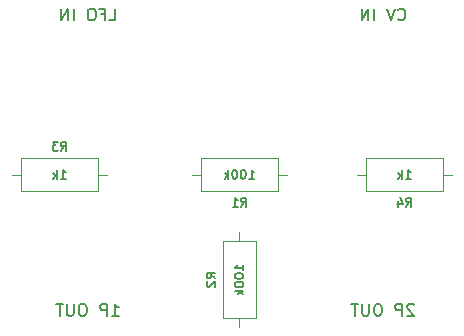
<source format=gbo>
G04 #@! TF.GenerationSoftware,KiCad,Pcbnew,6.0.5-a6ca702e91~116~ubuntu20.04.1*
G04 #@! TF.CreationDate,2022-05-18T17:07:33-04:00*
G04 #@! TF.ProjectId,vcapf_jacks,76636170-665f-46a6-9163-6b732e6b6963,rev?*
G04 #@! TF.SameCoordinates,Original*
G04 #@! TF.FileFunction,Legend,Bot*
G04 #@! TF.FilePolarity,Positive*
%FSLAX46Y46*%
G04 Gerber Fmt 4.6, Leading zero omitted, Abs format (unit mm)*
G04 Created by KiCad (PCBNEW 6.0.5-a6ca702e91~116~ubuntu20.04.1) date 2022-05-18 17:07:33*
%MOMM*%
%LPD*%
G01*
G04 APERTURE LIST*
%ADD10C,0.150000*%
%ADD11C,0.120000*%
G04 APERTURE END LIST*
D10*
X139523808Y-115452379D02*
X140095237Y-115452379D01*
X139809522Y-115452379D02*
X139809522Y-114452379D01*
X139904760Y-114595237D01*
X139999999Y-114690475D01*
X140095237Y-114738094D01*
X139095237Y-115452379D02*
X139095237Y-114452379D01*
X138714284Y-114452379D01*
X138619046Y-114499999D01*
X138571427Y-114547618D01*
X138523808Y-114642856D01*
X138523808Y-114785713D01*
X138571427Y-114880951D01*
X138619046Y-114928570D01*
X138714284Y-114976189D01*
X139095237Y-114976189D01*
X137142856Y-114452379D02*
X136952379Y-114452379D01*
X136857141Y-114499999D01*
X136761903Y-114595237D01*
X136714284Y-114785713D01*
X136714284Y-115119046D01*
X136761903Y-115309522D01*
X136857141Y-115404760D01*
X136952379Y-115452379D01*
X137142856Y-115452379D01*
X137238094Y-115404760D01*
X137333332Y-115309522D01*
X137380951Y-115119046D01*
X137380951Y-114785713D01*
X137333332Y-114595237D01*
X137238094Y-114499999D01*
X137142856Y-114452379D01*
X136285713Y-114452379D02*
X136285713Y-115261903D01*
X136238094Y-115357141D01*
X136190475Y-115404760D01*
X136095237Y-115452379D01*
X135904760Y-115452379D01*
X135809522Y-115404760D01*
X135761903Y-115357141D01*
X135714284Y-115261903D01*
X135714284Y-114452379D01*
X135380951Y-114452379D02*
X134809522Y-114452379D01*
X135095237Y-115452379D02*
X135095237Y-114452379D01*
X139285713Y-90452379D02*
X139761903Y-90452379D01*
X139761903Y-89452379D01*
X138619046Y-89928570D02*
X138952379Y-89928570D01*
X138952379Y-90452379D02*
X138952379Y-89452379D01*
X138476189Y-89452379D01*
X137904760Y-89452379D02*
X137714284Y-89452379D01*
X137619046Y-89499999D01*
X137523808Y-89595237D01*
X137476189Y-89785713D01*
X137476189Y-90119046D01*
X137523808Y-90309522D01*
X137619046Y-90404760D01*
X137714284Y-90452379D01*
X137904760Y-90452379D01*
X137999999Y-90404760D01*
X138095237Y-90309522D01*
X138142856Y-90119046D01*
X138142856Y-89785713D01*
X138095237Y-89595237D01*
X137999999Y-89499999D01*
X137904760Y-89452379D01*
X136285713Y-90452379D02*
X136285713Y-89452379D01*
X135809522Y-90452379D02*
X135809522Y-89452379D01*
X135238094Y-90452379D01*
X135238094Y-89452379D01*
X163761903Y-90357141D02*
X163809522Y-90404760D01*
X163952379Y-90452379D01*
X164047618Y-90452379D01*
X164190475Y-90404760D01*
X164285713Y-90309522D01*
X164333332Y-90214284D01*
X164380951Y-90023808D01*
X164380951Y-89880951D01*
X164333332Y-89690475D01*
X164285713Y-89595237D01*
X164190475Y-89499999D01*
X164047618Y-89452379D01*
X163952379Y-89452379D01*
X163809522Y-89499999D01*
X163761903Y-89547618D01*
X163476189Y-89452379D02*
X163142856Y-90452379D01*
X162809522Y-89452379D01*
X161714284Y-90452379D02*
X161714284Y-89452379D01*
X161238094Y-90452379D02*
X161238094Y-89452379D01*
X160666665Y-90452379D01*
X160666665Y-89452379D01*
X165095237Y-114547618D02*
X165047618Y-114499999D01*
X164952379Y-114452379D01*
X164714284Y-114452379D01*
X164619046Y-114499999D01*
X164571427Y-114547618D01*
X164523808Y-114642856D01*
X164523808Y-114738094D01*
X164571427Y-114880951D01*
X165142856Y-115452379D01*
X164523808Y-115452379D01*
X164095237Y-115452379D02*
X164095237Y-114452379D01*
X163714284Y-114452379D01*
X163619046Y-114499999D01*
X163571427Y-114547618D01*
X163523808Y-114642856D01*
X163523808Y-114785713D01*
X163571427Y-114880951D01*
X163619046Y-114928570D01*
X163714284Y-114976189D01*
X164095237Y-114976189D01*
X162142856Y-114452379D02*
X161952379Y-114452379D01*
X161857141Y-114499999D01*
X161761903Y-114595237D01*
X161714284Y-114785713D01*
X161714284Y-115119046D01*
X161761903Y-115309522D01*
X161857141Y-115404760D01*
X161952379Y-115452379D01*
X162142856Y-115452379D01*
X162238094Y-115404760D01*
X162333332Y-115309522D01*
X162380951Y-115119046D01*
X162380951Y-114785713D01*
X162333332Y-114595237D01*
X162238094Y-114499999D01*
X162142856Y-114452379D01*
X161285713Y-114452379D02*
X161285713Y-115261903D01*
X161238094Y-115357141D01*
X161190475Y-115404760D01*
X161095237Y-115452379D01*
X160904760Y-115452379D01*
X160809522Y-115404760D01*
X160761903Y-115357141D01*
X160714284Y-115261903D01*
X160714284Y-114452379D01*
X160380951Y-114452379D02*
X159809522Y-114452379D01*
X160095237Y-115452379D02*
X160095237Y-114452379D01*
G04 #@! TO.C,R2*
X148299284Y-112264999D02*
X147942141Y-112014999D01*
X148299284Y-111836427D02*
X147549284Y-111836427D01*
X147549284Y-112122141D01*
X147584999Y-112193570D01*
X147620713Y-112229284D01*
X147692141Y-112264999D01*
X147799284Y-112264999D01*
X147870713Y-112229284D01*
X147906427Y-112193570D01*
X147942141Y-112122141D01*
X147942141Y-111836427D01*
X147620713Y-112550713D02*
X147584999Y-112586427D01*
X147549284Y-112657856D01*
X147549284Y-112836427D01*
X147584999Y-112907856D01*
X147620713Y-112943570D01*
X147692141Y-112979284D01*
X147763570Y-112979284D01*
X147870713Y-112943570D01*
X148299284Y-112514999D01*
X148299284Y-112979284D01*
X150669284Y-111586427D02*
X150669284Y-111157856D01*
X150669284Y-111372141D02*
X149919284Y-111372141D01*
X150026427Y-111300713D01*
X150097856Y-111229284D01*
X150133570Y-111157856D01*
X149919284Y-112050713D02*
X149919284Y-112122141D01*
X149954999Y-112193570D01*
X149990713Y-112229284D01*
X150062141Y-112264999D01*
X150204999Y-112300713D01*
X150383570Y-112300713D01*
X150526427Y-112264999D01*
X150597856Y-112229284D01*
X150633570Y-112193570D01*
X150669284Y-112122141D01*
X150669284Y-112050713D01*
X150633570Y-111979284D01*
X150597856Y-111943570D01*
X150526427Y-111907856D01*
X150383570Y-111872141D01*
X150204999Y-111872141D01*
X150062141Y-111907856D01*
X149990713Y-111943570D01*
X149954999Y-111979284D01*
X149919284Y-112050713D01*
X149919284Y-112764999D02*
X149919284Y-112836427D01*
X149954999Y-112907856D01*
X149990713Y-112943570D01*
X150062141Y-112979284D01*
X150204999Y-113014999D01*
X150383570Y-113014999D01*
X150526427Y-112979284D01*
X150597856Y-112943570D01*
X150633570Y-112907856D01*
X150669284Y-112836427D01*
X150669284Y-112764999D01*
X150633570Y-112693570D01*
X150597856Y-112657856D01*
X150526427Y-112622141D01*
X150383570Y-112586427D01*
X150204999Y-112586427D01*
X150062141Y-112622141D01*
X149990713Y-112657856D01*
X149954999Y-112693570D01*
X149919284Y-112764999D01*
X150669284Y-113336427D02*
X149919284Y-113336427D01*
X150383570Y-113407856D02*
X150669284Y-113622141D01*
X150169284Y-113622141D02*
X150454999Y-113336427D01*
G04 #@! TO.C,R1*
X150454999Y-106209284D02*
X150704999Y-105852141D01*
X150883570Y-106209284D02*
X150883570Y-105459284D01*
X150597856Y-105459284D01*
X150526427Y-105494999D01*
X150490713Y-105530713D01*
X150454999Y-105602141D01*
X150454999Y-105709284D01*
X150490713Y-105780713D01*
X150526427Y-105816427D01*
X150597856Y-105852141D01*
X150883570Y-105852141D01*
X149740713Y-106209284D02*
X150169284Y-106209284D01*
X149954999Y-106209284D02*
X149954999Y-105459284D01*
X150026427Y-105566427D01*
X150097856Y-105637856D01*
X150169284Y-105673570D01*
X151133570Y-103839284D02*
X151562141Y-103839284D01*
X151347856Y-103839284D02*
X151347856Y-103089284D01*
X151419284Y-103196427D01*
X151490713Y-103267856D01*
X151562141Y-103303570D01*
X150669284Y-103089284D02*
X150597856Y-103089284D01*
X150526427Y-103124999D01*
X150490713Y-103160713D01*
X150454999Y-103232141D01*
X150419284Y-103374999D01*
X150419284Y-103553570D01*
X150454999Y-103696427D01*
X150490713Y-103767856D01*
X150526427Y-103803570D01*
X150597856Y-103839284D01*
X150669284Y-103839284D01*
X150740713Y-103803570D01*
X150776427Y-103767856D01*
X150812141Y-103696427D01*
X150847856Y-103553570D01*
X150847856Y-103374999D01*
X150812141Y-103232141D01*
X150776427Y-103160713D01*
X150740713Y-103124999D01*
X150669284Y-103089284D01*
X149954999Y-103089284D02*
X149883570Y-103089284D01*
X149812141Y-103124999D01*
X149776427Y-103160713D01*
X149740713Y-103232141D01*
X149704999Y-103374999D01*
X149704999Y-103553570D01*
X149740713Y-103696427D01*
X149776427Y-103767856D01*
X149812141Y-103803570D01*
X149883570Y-103839284D01*
X149954999Y-103839284D01*
X150026427Y-103803570D01*
X150062141Y-103767856D01*
X150097856Y-103696427D01*
X150133570Y-103553570D01*
X150133570Y-103374999D01*
X150097856Y-103232141D01*
X150062141Y-103160713D01*
X150026427Y-103124999D01*
X149954999Y-103089284D01*
X149383570Y-103839284D02*
X149383570Y-103089284D01*
X149312141Y-103553570D02*
X149097856Y-103839284D01*
X149097856Y-103339284D02*
X149383570Y-103624999D01*
G04 #@! TO.C,R4*
X164424999Y-106209284D02*
X164674999Y-105852141D01*
X164853570Y-106209284D02*
X164853570Y-105459284D01*
X164567856Y-105459284D01*
X164496427Y-105494999D01*
X164460713Y-105530713D01*
X164424999Y-105602141D01*
X164424999Y-105709284D01*
X164460713Y-105780713D01*
X164496427Y-105816427D01*
X164567856Y-105852141D01*
X164853570Y-105852141D01*
X163782141Y-105709284D02*
X163782141Y-106209284D01*
X163960713Y-105423570D02*
X164139284Y-105959284D01*
X163674999Y-105959284D01*
X164389284Y-103839284D02*
X164817856Y-103839284D01*
X164603570Y-103839284D02*
X164603570Y-103089284D01*
X164674999Y-103196427D01*
X164746427Y-103267856D01*
X164817856Y-103303570D01*
X164067856Y-103839284D02*
X164067856Y-103089284D01*
X163996427Y-103553570D02*
X163782141Y-103839284D01*
X163782141Y-103339284D02*
X164067856Y-103624999D01*
G04 #@! TO.C,R3*
X135214999Y-101469284D02*
X135464999Y-101112141D01*
X135643570Y-101469284D02*
X135643570Y-100719284D01*
X135357856Y-100719284D01*
X135286427Y-100754999D01*
X135250713Y-100790713D01*
X135214999Y-100862141D01*
X135214999Y-100969284D01*
X135250713Y-101040713D01*
X135286427Y-101076427D01*
X135357856Y-101112141D01*
X135643570Y-101112141D01*
X134964999Y-100719284D02*
X134500713Y-100719284D01*
X134750713Y-101004999D01*
X134643570Y-101004999D01*
X134572141Y-101040713D01*
X134536427Y-101076427D01*
X134500713Y-101147856D01*
X134500713Y-101326427D01*
X134536427Y-101397856D01*
X134572141Y-101433570D01*
X134643570Y-101469284D01*
X134857856Y-101469284D01*
X134929284Y-101433570D01*
X134964999Y-101397856D01*
X135179284Y-103839284D02*
X135607856Y-103839284D01*
X135393570Y-103839284D02*
X135393570Y-103089284D01*
X135464999Y-103196427D01*
X135536427Y-103267856D01*
X135607856Y-103303570D01*
X134857856Y-103839284D02*
X134857856Y-103089284D01*
X134786427Y-103553570D02*
X134572141Y-103839284D01*
X134572141Y-103339284D02*
X134857856Y-103624999D01*
D11*
G04 #@! TO.C,R2*
X150329999Y-116429999D02*
X150329999Y-115659999D01*
X151699999Y-109119999D02*
X151699999Y-115659999D01*
X151699999Y-115659999D02*
X148959999Y-115659999D01*
X150329999Y-108349999D02*
X150329999Y-109119999D01*
X148959999Y-115659999D02*
X148959999Y-109119999D01*
X148959999Y-109119999D02*
X151699999Y-109119999D01*
G04 #@! TO.C,R1*
X147059999Y-104869999D02*
X147059999Y-102129999D01*
X153599999Y-102129999D02*
X153599999Y-104869999D01*
X153599999Y-104869999D02*
X147059999Y-104869999D01*
X154369999Y-103499999D02*
X153599999Y-103499999D01*
X146289999Y-103499999D02*
X147059999Y-103499999D01*
X147059999Y-102129999D02*
X153599999Y-102129999D01*
G04 #@! TO.C,R4*
X161029999Y-104869999D02*
X161029999Y-102129999D01*
X167569999Y-102129999D02*
X167569999Y-104869999D01*
X160259999Y-103499999D02*
X161029999Y-103499999D01*
X168339999Y-103499999D02*
X167569999Y-103499999D01*
X167569999Y-104869999D02*
X161029999Y-104869999D01*
X161029999Y-102129999D02*
X167569999Y-102129999D01*
G04 #@! TO.C,R3*
X131049999Y-103499999D02*
X131819999Y-103499999D01*
X131819999Y-102129999D02*
X138359999Y-102129999D01*
X138359999Y-104869999D02*
X131819999Y-104869999D01*
X139129999Y-103499999D02*
X138359999Y-103499999D01*
X138359999Y-102129999D02*
X138359999Y-104869999D01*
X131819999Y-104869999D02*
X131819999Y-102129999D01*
G04 #@! TD*
M02*

</source>
